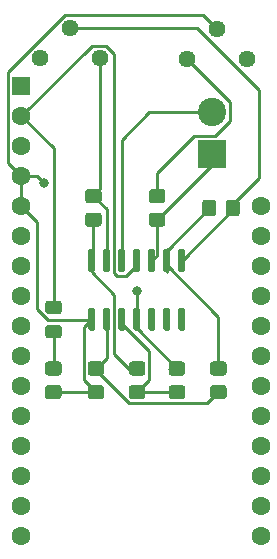
<source format=gtl>
%TF.GenerationSoftware,KiCad,Pcbnew,5.1.7-a382d34a8~88~ubuntu18.04.1*%
%TF.CreationDate,2021-01-04T13:18:22+01:00*%
%TF.ProjectId,wearable_biosonification,77656172-6162-46c6-955f-62696f736f6e,rev?*%
%TF.SameCoordinates,Original*%
%TF.FileFunction,Copper,L1,Top*%
%TF.FilePolarity,Positive*%
%FSLAX46Y46*%
G04 Gerber Fmt 4.6, Leading zero omitted, Abs format (unit mm)*
G04 Created by KiCad (PCBNEW 5.1.7-a382d34a8~88~ubuntu18.04.1) date 2021-01-04 13:18:22*
%MOMM*%
%LPD*%
G01*
G04 APERTURE LIST*
%TA.AperFunction,ComponentPad*%
%ADD10C,1.600000*%
%TD*%
%TA.AperFunction,ComponentPad*%
%ADD11R,1.600000X1.600000*%
%TD*%
%TA.AperFunction,ComponentPad*%
%ADD12C,1.440000*%
%TD*%
%TA.AperFunction,ComponentPad*%
%ADD13C,2.400000*%
%TD*%
%TA.AperFunction,ComponentPad*%
%ADD14R,2.400000X2.400000*%
%TD*%
%TA.AperFunction,ViaPad*%
%ADD15C,0.800000*%
%TD*%
%TA.AperFunction,Conductor*%
%ADD16C,0.250000*%
%TD*%
G04 APERTURE END LIST*
D10*
%TO.P,A1,17*%
%TO.N,Net-(A1-Pad17)*%
X89920000Y-97000000D03*
%TO.P,A1,18*%
%TO.N,Net-(A1-Pad18)*%
X89920000Y-94460000D03*
%TO.P,A1,19*%
%TO.N,Net-(A1-Pad19)*%
X89920000Y-91920000D03*
%TO.P,A1,20*%
%TO.N,Net-(A1-Pad20)*%
X89920000Y-89380000D03*
%TO.P,A1,21*%
%TO.N,Net-(A1-Pad21)*%
X89920000Y-86840000D03*
%TO.P,A1,22*%
%TO.N,Net-(A1-Pad22)*%
X89920000Y-84300000D03*
%TO.P,A1,23*%
%TO.N,Net-(A1-Pad23)*%
X89920000Y-81760000D03*
%TO.P,A1,24*%
%TO.N,Net-(A1-Pad24)*%
X89920000Y-79220000D03*
%TO.P,A1,25*%
%TO.N,Net-(A1-Pad25)*%
X89920000Y-76680000D03*
%TO.P,A1,26*%
%TO.N,Net-(A1-Pad26)*%
X89920000Y-74140000D03*
%TO.P,A1,27*%
%TO.N,Net-(A1-Pad27)*%
X89920000Y-71600000D03*
%TO.P,A1,28*%
%TO.N,Net-(A1-Pad28)*%
X89920000Y-69060000D03*
D11*
%TO.P,A1,1*%
%TO.N,Net-(A1-Pad1)*%
X69600000Y-58900000D03*
D10*
%TO.P,A1,2*%
%TO.N,Vfeather*%
X69600000Y-61440000D03*
%TO.P,A1,3*%
%TO.N,Net-(A1-Pad3)*%
X69600000Y-63980000D03*
%TO.P,A1,4*%
%TO.N,AnalogIn*%
X69600000Y-66520000D03*
%TO.P,A1,5*%
X69600000Y-69060000D03*
%TO.P,A1,6*%
%TO.N,Net-(A1-Pad6)*%
X69600000Y-71600000D03*
%TO.P,A1,7*%
%TO.N,Net-(A1-Pad7)*%
X69600000Y-74140000D03*
%TO.P,A1,8*%
%TO.N,Net-(A1-Pad8)*%
X69600000Y-76680000D03*
%TO.P,A1,9*%
%TO.N,Net-(A1-Pad9)*%
X69600000Y-79220000D03*
%TO.P,A1,10*%
%TO.N,Net-(A1-Pad10)*%
X69600000Y-81760000D03*
%TO.P,A1,11*%
%TO.N,Net-(A1-Pad11)*%
X69600000Y-84300000D03*
%TO.P,A1,12*%
%TO.N,Net-(A1-Pad12)*%
X69600000Y-86840000D03*
%TO.P,A1,13*%
%TO.N,Net-(A1-Pad13)*%
X69600000Y-89380000D03*
%TO.P,A1,14*%
%TO.N,Net-(A1-Pad14)*%
X69600000Y-91920000D03*
%TO.P,A1,15*%
%TO.N,Net-(A1-Pad15)*%
X69600000Y-94460000D03*
%TO.P,A1,16*%
%TO.N,Net-(A1-Pad16)*%
X69600000Y-97000000D03*
%TD*%
%TO.P,R8,2*%
%TO.N,Net-(D1-Pad1)*%
%TA.AperFunction,SMDPad,CuDef*%
G36*
G01*
X72750001Y-83400000D02*
X71849999Y-83400000D01*
G75*
G02*
X71600000Y-83150001I0J249999D01*
G01*
X71600000Y-82449999D01*
G75*
G02*
X71849999Y-82200000I249999J0D01*
G01*
X72750001Y-82200000D01*
G75*
G02*
X73000000Y-82449999I0J-249999D01*
G01*
X73000000Y-83150001D01*
G75*
G02*
X72750001Y-83400000I-249999J0D01*
G01*
G37*
%TD.AperFunction*%
%TO.P,R8,1*%
%TO.N,AnalogIn*%
%TA.AperFunction,SMDPad,CuDef*%
G36*
G01*
X72750001Y-85400000D02*
X71849999Y-85400000D01*
G75*
G02*
X71600000Y-85150001I0J249999D01*
G01*
X71600000Y-84449999D01*
G75*
G02*
X71849999Y-84200000I249999J0D01*
G01*
X72750001Y-84200000D01*
G75*
G02*
X73000000Y-84449999I0J-249999D01*
G01*
X73000000Y-85150001D01*
G75*
G02*
X72750001Y-85400000I-249999J0D01*
G01*
G37*
%TD.AperFunction*%
%TD*%
%TO.P,D1,2*%
%TO.N,Vfeather*%
%TA.AperFunction,SMDPad,CuDef*%
G36*
G01*
X72775001Y-78200000D02*
X71874999Y-78200000D01*
G75*
G02*
X71625000Y-77950001I0J249999D01*
G01*
X71625000Y-77299999D01*
G75*
G02*
X71874999Y-77050000I249999J0D01*
G01*
X72775001Y-77050000D01*
G75*
G02*
X73025000Y-77299999I0J-249999D01*
G01*
X73025000Y-77950001D01*
G75*
G02*
X72775001Y-78200000I-249999J0D01*
G01*
G37*
%TD.AperFunction*%
%TO.P,D1,1*%
%TO.N,Net-(D1-Pad1)*%
%TA.AperFunction,SMDPad,CuDef*%
G36*
G01*
X72775001Y-80250000D02*
X71874999Y-80250000D01*
G75*
G02*
X71625000Y-80000001I0J249999D01*
G01*
X71625000Y-79349999D01*
G75*
G02*
X71874999Y-79100000I249999J0D01*
G01*
X72775001Y-79100000D01*
G75*
G02*
X73025000Y-79349999I0J-249999D01*
G01*
X73025000Y-80000001D01*
G75*
G02*
X72775001Y-80250000I-249999J0D01*
G01*
G37*
%TD.AperFunction*%
%TD*%
%TO.P,U1,14*%
%TO.N,N/C*%
%TA.AperFunction,SMDPad,CuDef*%
G36*
G01*
X83010000Y-77650000D02*
X83310000Y-77650000D01*
G75*
G02*
X83460000Y-77800000I0J-150000D01*
G01*
X83460000Y-79450000D01*
G75*
G02*
X83310000Y-79600000I-150000J0D01*
G01*
X83010000Y-79600000D01*
G75*
G02*
X82860000Y-79450000I0J150000D01*
G01*
X82860000Y-77800000D01*
G75*
G02*
X83010000Y-77650000I150000J0D01*
G01*
G37*
%TD.AperFunction*%
%TO.P,U1,13*%
%TA.AperFunction,SMDPad,CuDef*%
G36*
G01*
X81740000Y-77650000D02*
X82040000Y-77650000D01*
G75*
G02*
X82190000Y-77800000I0J-150000D01*
G01*
X82190000Y-79450000D01*
G75*
G02*
X82040000Y-79600000I-150000J0D01*
G01*
X81740000Y-79600000D01*
G75*
G02*
X81590000Y-79450000I0J150000D01*
G01*
X81590000Y-77800000D01*
G75*
G02*
X81740000Y-77650000I150000J0D01*
G01*
G37*
%TD.AperFunction*%
%TO.P,U1,12*%
%TA.AperFunction,SMDPad,CuDef*%
G36*
G01*
X80470000Y-77650000D02*
X80770000Y-77650000D01*
G75*
G02*
X80920000Y-77800000I0J-150000D01*
G01*
X80920000Y-79450000D01*
G75*
G02*
X80770000Y-79600000I-150000J0D01*
G01*
X80470000Y-79600000D01*
G75*
G02*
X80320000Y-79450000I0J150000D01*
G01*
X80320000Y-77800000D01*
G75*
G02*
X80470000Y-77650000I150000J0D01*
G01*
G37*
%TD.AperFunction*%
%TO.P,U1,11*%
%TO.N,AnalogIn*%
%TA.AperFunction,SMDPad,CuDef*%
G36*
G01*
X79200000Y-77650000D02*
X79500000Y-77650000D01*
G75*
G02*
X79650000Y-77800000I0J-150000D01*
G01*
X79650000Y-79450000D01*
G75*
G02*
X79500000Y-79600000I-150000J0D01*
G01*
X79200000Y-79600000D01*
G75*
G02*
X79050000Y-79450000I0J150000D01*
G01*
X79050000Y-77800000D01*
G75*
G02*
X79200000Y-77650000I150000J0D01*
G01*
G37*
%TD.AperFunction*%
%TO.P,U1,10*%
%TO.N,Net-(R5-Pad2)*%
%TA.AperFunction,SMDPad,CuDef*%
G36*
G01*
X77930000Y-77650000D02*
X78230000Y-77650000D01*
G75*
G02*
X78380000Y-77800000I0J-150000D01*
G01*
X78380000Y-79450000D01*
G75*
G02*
X78230000Y-79600000I-150000J0D01*
G01*
X77930000Y-79600000D01*
G75*
G02*
X77780000Y-79450000I0J150000D01*
G01*
X77780000Y-77800000D01*
G75*
G02*
X77930000Y-77650000I150000J0D01*
G01*
G37*
%TD.AperFunction*%
%TO.P,U1,9*%
%TO.N,Net-(R4-Pad2)*%
%TA.AperFunction,SMDPad,CuDef*%
G36*
G01*
X76660000Y-77650000D02*
X76960000Y-77650000D01*
G75*
G02*
X77110000Y-77800000I0J-150000D01*
G01*
X77110000Y-79450000D01*
G75*
G02*
X76960000Y-79600000I-150000J0D01*
G01*
X76660000Y-79600000D01*
G75*
G02*
X76510000Y-79450000I0J150000D01*
G01*
X76510000Y-77800000D01*
G75*
G02*
X76660000Y-77650000I150000J0D01*
G01*
G37*
%TD.AperFunction*%
%TO.P,U1,8*%
%TO.N,AnalogIn*%
%TA.AperFunction,SMDPad,CuDef*%
G36*
G01*
X75390000Y-77650000D02*
X75690000Y-77650000D01*
G75*
G02*
X75840000Y-77800000I0J-150000D01*
G01*
X75840000Y-79450000D01*
G75*
G02*
X75690000Y-79600000I-150000J0D01*
G01*
X75390000Y-79600000D01*
G75*
G02*
X75240000Y-79450000I0J150000D01*
G01*
X75240000Y-77800000D01*
G75*
G02*
X75390000Y-77650000I150000J0D01*
G01*
G37*
%TD.AperFunction*%
%TO.P,U1,7*%
%TO.N,Net-(R2-Pad2)*%
%TA.AperFunction,SMDPad,CuDef*%
G36*
G01*
X75390000Y-72700000D02*
X75690000Y-72700000D01*
G75*
G02*
X75840000Y-72850000I0J-150000D01*
G01*
X75840000Y-74500000D01*
G75*
G02*
X75690000Y-74650000I-150000J0D01*
G01*
X75390000Y-74650000D01*
G75*
G02*
X75240000Y-74500000I0J150000D01*
G01*
X75240000Y-72850000D01*
G75*
G02*
X75390000Y-72700000I150000J0D01*
G01*
G37*
%TD.AperFunction*%
%TO.P,U1,6*%
%TO.N,Net-(R2-Pad1)*%
%TA.AperFunction,SMDPad,CuDef*%
G36*
G01*
X76660000Y-72700000D02*
X76960000Y-72700000D01*
G75*
G02*
X77110000Y-72850000I0J-150000D01*
G01*
X77110000Y-74500000D01*
G75*
G02*
X76960000Y-74650000I-150000J0D01*
G01*
X76660000Y-74650000D01*
G75*
G02*
X76510000Y-74500000I0J150000D01*
G01*
X76510000Y-72850000D01*
G75*
G02*
X76660000Y-72700000I150000J0D01*
G01*
G37*
%TD.AperFunction*%
%TO.P,U1,5*%
%TO.N,Net-(J1-Pad2)*%
%TA.AperFunction,SMDPad,CuDef*%
G36*
G01*
X77930000Y-72700000D02*
X78230000Y-72700000D01*
G75*
G02*
X78380000Y-72850000I0J-150000D01*
G01*
X78380000Y-74500000D01*
G75*
G02*
X78230000Y-74650000I-150000J0D01*
G01*
X77930000Y-74650000D01*
G75*
G02*
X77780000Y-74500000I0J150000D01*
G01*
X77780000Y-72850000D01*
G75*
G02*
X77930000Y-72700000I150000J0D01*
G01*
G37*
%TD.AperFunction*%
%TO.P,U1,4*%
%TO.N,Vfeather*%
%TA.AperFunction,SMDPad,CuDef*%
G36*
G01*
X79200000Y-72700000D02*
X79500000Y-72700000D01*
G75*
G02*
X79650000Y-72850000I0J-150000D01*
G01*
X79650000Y-74500000D01*
G75*
G02*
X79500000Y-74650000I-150000J0D01*
G01*
X79200000Y-74650000D01*
G75*
G02*
X79050000Y-74500000I0J150000D01*
G01*
X79050000Y-72850000D01*
G75*
G02*
X79200000Y-72700000I150000J0D01*
G01*
G37*
%TD.AperFunction*%
%TO.P,U1,3*%
%TO.N,Net-(J1-Pad1)*%
%TA.AperFunction,SMDPad,CuDef*%
G36*
G01*
X80470000Y-72700000D02*
X80770000Y-72700000D01*
G75*
G02*
X80920000Y-72850000I0J-150000D01*
G01*
X80920000Y-74500000D01*
G75*
G02*
X80770000Y-74650000I-150000J0D01*
G01*
X80470000Y-74650000D01*
G75*
G02*
X80320000Y-74500000I0J150000D01*
G01*
X80320000Y-72850000D01*
G75*
G02*
X80470000Y-72700000I150000J0D01*
G01*
G37*
%TD.AperFunction*%
%TO.P,U1,2*%
%TO.N,Net-(R3-Pad2)*%
%TA.AperFunction,SMDPad,CuDef*%
G36*
G01*
X81740000Y-72700000D02*
X82040000Y-72700000D01*
G75*
G02*
X82190000Y-72850000I0J-150000D01*
G01*
X82190000Y-74500000D01*
G75*
G02*
X82040000Y-74650000I-150000J0D01*
G01*
X81740000Y-74650000D01*
G75*
G02*
X81590000Y-74500000I0J150000D01*
G01*
X81590000Y-72850000D01*
G75*
G02*
X81740000Y-72700000I150000J0D01*
G01*
G37*
%TD.AperFunction*%
%TO.P,U1,1*%
%TO.N,Net-(R3-Pad1)*%
%TA.AperFunction,SMDPad,CuDef*%
G36*
G01*
X83010000Y-72700000D02*
X83310000Y-72700000D01*
G75*
G02*
X83460000Y-72850000I0J-150000D01*
G01*
X83460000Y-74500000D01*
G75*
G02*
X83310000Y-74650000I-150000J0D01*
G01*
X83010000Y-74650000D01*
G75*
G02*
X82860000Y-74500000I0J150000D01*
G01*
X82860000Y-72850000D01*
G75*
G02*
X83010000Y-72700000I150000J0D01*
G01*
G37*
%TD.AperFunction*%
%TD*%
D12*
%TO.P,RV2,1*%
%TO.N,Net-(RV2-Pad1)*%
X71200000Y-56500000D03*
%TO.P,RV2,2*%
%TO.N,Net-(R3-Pad1)*%
X73740000Y-53960000D03*
%TO.P,RV2,3*%
%TO.N,Net-(R2-Pad1)*%
X76280000Y-56500000D03*
%TD*%
%TO.P,RV1,1*%
%TO.N,Net-(R1-Pad1)*%
X83600000Y-56600000D03*
%TO.P,RV1,2*%
%TO.N,AnalogIn*%
X86140000Y-54060000D03*
%TO.P,RV1,3*%
%TO.N,Net-(RV1-Pad3)*%
X88680000Y-56600000D03*
%TD*%
%TO.P,R7,2*%
%TO.N,AnalogIn*%
%TA.AperFunction,SMDPad,CuDef*%
G36*
G01*
X75449999Y-84200000D02*
X76350001Y-84200000D01*
G75*
G02*
X76600000Y-84449999I0J-249999D01*
G01*
X76600000Y-85150001D01*
G75*
G02*
X76350001Y-85400000I-249999J0D01*
G01*
X75449999Y-85400000D01*
G75*
G02*
X75200000Y-85150001I0J249999D01*
G01*
X75200000Y-84449999D01*
G75*
G02*
X75449999Y-84200000I249999J0D01*
G01*
G37*
%TD.AperFunction*%
%TO.P,R7,1*%
%TO.N,Net-(R4-Pad2)*%
%TA.AperFunction,SMDPad,CuDef*%
G36*
G01*
X75449999Y-82200000D02*
X76350001Y-82200000D01*
G75*
G02*
X76600000Y-82449999I0J-249999D01*
G01*
X76600000Y-83150001D01*
G75*
G02*
X76350001Y-83400000I-249999J0D01*
G01*
X75449999Y-83400000D01*
G75*
G02*
X75200000Y-83150001I0J249999D01*
G01*
X75200000Y-82449999D01*
G75*
G02*
X75449999Y-82200000I249999J0D01*
G01*
G37*
%TD.AperFunction*%
%TD*%
%TO.P,R6,2*%
%TO.N,Net-(R5-Pad2)*%
%TA.AperFunction,SMDPad,CuDef*%
G36*
G01*
X78949999Y-84200000D02*
X79850001Y-84200000D01*
G75*
G02*
X80100000Y-84449999I0J-249999D01*
G01*
X80100000Y-85150001D01*
G75*
G02*
X79850001Y-85400000I-249999J0D01*
G01*
X78949999Y-85400000D01*
G75*
G02*
X78700000Y-85150001I0J249999D01*
G01*
X78700000Y-84449999D01*
G75*
G02*
X78949999Y-84200000I249999J0D01*
G01*
G37*
%TD.AperFunction*%
%TO.P,R6,1*%
%TO.N,Net-(R2-Pad2)*%
%TA.AperFunction,SMDPad,CuDef*%
G36*
G01*
X78949999Y-82200000D02*
X79850001Y-82200000D01*
G75*
G02*
X80100000Y-82449999I0J-249999D01*
G01*
X80100000Y-83150001D01*
G75*
G02*
X79850001Y-83400000I-249999J0D01*
G01*
X78949999Y-83400000D01*
G75*
G02*
X78700000Y-83150001I0J249999D01*
G01*
X78700000Y-82449999D01*
G75*
G02*
X78949999Y-82200000I249999J0D01*
G01*
G37*
%TD.AperFunction*%
%TD*%
%TO.P,R5,2*%
%TO.N,Net-(R5-Pad2)*%
%TA.AperFunction,SMDPad,CuDef*%
G36*
G01*
X82324999Y-84200000D02*
X83225001Y-84200000D01*
G75*
G02*
X83475000Y-84449999I0J-249999D01*
G01*
X83475000Y-85150001D01*
G75*
G02*
X83225001Y-85400000I-249999J0D01*
G01*
X82324999Y-85400000D01*
G75*
G02*
X82075000Y-85150001I0J249999D01*
G01*
X82075000Y-84449999D01*
G75*
G02*
X82324999Y-84200000I249999J0D01*
G01*
G37*
%TD.AperFunction*%
%TO.P,R5,1*%
%TO.N,AnalogIn*%
%TA.AperFunction,SMDPad,CuDef*%
G36*
G01*
X82324999Y-82200000D02*
X83225001Y-82200000D01*
G75*
G02*
X83475000Y-82449999I0J-249999D01*
G01*
X83475000Y-83150001D01*
G75*
G02*
X83225001Y-83400000I-249999J0D01*
G01*
X82324999Y-83400000D01*
G75*
G02*
X82075000Y-83150001I0J249999D01*
G01*
X82075000Y-82449999D01*
G75*
G02*
X82324999Y-82200000I249999J0D01*
G01*
G37*
%TD.AperFunction*%
%TD*%
%TO.P,R4,2*%
%TO.N,Net-(R4-Pad2)*%
%TA.AperFunction,SMDPad,CuDef*%
G36*
G01*
X85824999Y-84200000D02*
X86725001Y-84200000D01*
G75*
G02*
X86975000Y-84449999I0J-249999D01*
G01*
X86975000Y-85150001D01*
G75*
G02*
X86725001Y-85400000I-249999J0D01*
G01*
X85824999Y-85400000D01*
G75*
G02*
X85575000Y-85150001I0J249999D01*
G01*
X85575000Y-84449999D01*
G75*
G02*
X85824999Y-84200000I249999J0D01*
G01*
G37*
%TD.AperFunction*%
%TO.P,R4,1*%
%TO.N,Net-(R3-Pad2)*%
%TA.AperFunction,SMDPad,CuDef*%
G36*
G01*
X85824999Y-82200000D02*
X86725001Y-82200000D01*
G75*
G02*
X86975000Y-82449999I0J-249999D01*
G01*
X86975000Y-83150001D01*
G75*
G02*
X86725001Y-83400000I-249999J0D01*
G01*
X85824999Y-83400000D01*
G75*
G02*
X85575000Y-83150001I0J249999D01*
G01*
X85575000Y-82449999D01*
G75*
G02*
X85824999Y-82200000I249999J0D01*
G01*
G37*
%TD.AperFunction*%
%TD*%
%TO.P,R3,1*%
%TO.N,Net-(R3-Pad1)*%
%TA.AperFunction,SMDPad,CuDef*%
G36*
G01*
X88100000Y-68749999D02*
X88100000Y-69650001D01*
G75*
G02*
X87850001Y-69900000I-249999J0D01*
G01*
X87149999Y-69900000D01*
G75*
G02*
X86900000Y-69650001I0J249999D01*
G01*
X86900000Y-68749999D01*
G75*
G02*
X87149999Y-68500000I249999J0D01*
G01*
X87850001Y-68500000D01*
G75*
G02*
X88100000Y-68749999I0J-249999D01*
G01*
G37*
%TD.AperFunction*%
%TO.P,R3,2*%
%TO.N,Net-(R3-Pad2)*%
%TA.AperFunction,SMDPad,CuDef*%
G36*
G01*
X86100000Y-68749999D02*
X86100000Y-69650001D01*
G75*
G02*
X85850001Y-69900000I-249999J0D01*
G01*
X85149999Y-69900000D01*
G75*
G02*
X84900000Y-69650001I0J249999D01*
G01*
X84900000Y-68749999D01*
G75*
G02*
X85149999Y-68500000I249999J0D01*
G01*
X85850001Y-68500000D01*
G75*
G02*
X86100000Y-68749999I0J-249999D01*
G01*
G37*
%TD.AperFunction*%
%TD*%
%TO.P,R2,2*%
%TO.N,Net-(R2-Pad2)*%
%TA.AperFunction,SMDPad,CuDef*%
G36*
G01*
X75249999Y-69600000D02*
X76150001Y-69600000D01*
G75*
G02*
X76400000Y-69849999I0J-249999D01*
G01*
X76400000Y-70550001D01*
G75*
G02*
X76150001Y-70800000I-249999J0D01*
G01*
X75249999Y-70800000D01*
G75*
G02*
X75000000Y-70550001I0J249999D01*
G01*
X75000000Y-69849999D01*
G75*
G02*
X75249999Y-69600000I249999J0D01*
G01*
G37*
%TD.AperFunction*%
%TO.P,R2,1*%
%TO.N,Net-(R2-Pad1)*%
%TA.AperFunction,SMDPad,CuDef*%
G36*
G01*
X75249999Y-67600000D02*
X76150001Y-67600000D01*
G75*
G02*
X76400000Y-67849999I0J-249999D01*
G01*
X76400000Y-68550001D01*
G75*
G02*
X76150001Y-68800000I-249999J0D01*
G01*
X75249999Y-68800000D01*
G75*
G02*
X75000000Y-68550001I0J249999D01*
G01*
X75000000Y-67849999D01*
G75*
G02*
X75249999Y-67600000I249999J0D01*
G01*
G37*
%TD.AperFunction*%
%TD*%
%TO.P,R1,2*%
%TO.N,Net-(J1-Pad1)*%
%TA.AperFunction,SMDPad,CuDef*%
G36*
G01*
X80649999Y-69600000D02*
X81550001Y-69600000D01*
G75*
G02*
X81800000Y-69849999I0J-249999D01*
G01*
X81800000Y-70550001D01*
G75*
G02*
X81550001Y-70800000I-249999J0D01*
G01*
X80649999Y-70800000D01*
G75*
G02*
X80400000Y-70550001I0J249999D01*
G01*
X80400000Y-69849999D01*
G75*
G02*
X80649999Y-69600000I249999J0D01*
G01*
G37*
%TD.AperFunction*%
%TO.P,R1,1*%
%TO.N,Net-(R1-Pad1)*%
%TA.AperFunction,SMDPad,CuDef*%
G36*
G01*
X80649999Y-67600000D02*
X81550001Y-67600000D01*
G75*
G02*
X81800000Y-67849999I0J-249999D01*
G01*
X81800000Y-68550001D01*
G75*
G02*
X81550001Y-68800000I-249999J0D01*
G01*
X80649999Y-68800000D01*
G75*
G02*
X80400000Y-68550001I0J249999D01*
G01*
X80400000Y-67849999D01*
G75*
G02*
X80649999Y-67600000I249999J0D01*
G01*
G37*
%TD.AperFunction*%
%TD*%
D13*
%TO.P,J1,2*%
%TO.N,Net-(J1-Pad2)*%
X85700000Y-61100000D03*
D14*
%TO.P,J1,1*%
%TO.N,Net-(J1-Pad1)*%
X85700000Y-64600000D03*
%TD*%
D15*
%TO.N,AnalogIn*%
X71500000Y-67100000D03*
X79400000Y-76200000D03*
%TD*%
D16*
%TO.N,Vfeather*%
X78426758Y-74975010D02*
X79350000Y-74051768D01*
X77733242Y-74975010D02*
X78426758Y-74975010D01*
X77454990Y-74696758D02*
X77733242Y-74975010D01*
X77454990Y-56128388D02*
X77454990Y-74696758D01*
X76781601Y-55454999D02*
X77454990Y-56128388D01*
X79350000Y-74051768D02*
X79350000Y-73675000D01*
X75585001Y-55454999D02*
X76781601Y-55454999D01*
X69600000Y-61440000D02*
X75585001Y-55454999D01*
X72325000Y-64165000D02*
X69600000Y-61440000D01*
X72325000Y-77625000D02*
X72325000Y-64165000D01*
%TO.N,Net-(J1-Pad2)*%
X85700000Y-61100000D02*
X80400000Y-61100000D01*
X78080000Y-63420000D02*
X78080000Y-73675000D01*
X80400000Y-61100000D02*
X78080000Y-63420000D01*
%TO.N,Net-(J1-Pad1)*%
X80620000Y-72880000D02*
X80620000Y-73675000D01*
X81100000Y-73195000D02*
X80620000Y-73675000D01*
X81100000Y-70200000D02*
X81100000Y-73195000D01*
X85700000Y-65600000D02*
X81100000Y-70200000D01*
X85700000Y-64600000D02*
X85700000Y-65600000D01*
%TO.N,Net-(R1-Pad1)*%
X84239999Y-63074999D02*
X81100000Y-66214998D01*
X81100000Y-66214998D02*
X81100000Y-68200000D01*
X85982003Y-63074999D02*
X84239999Y-63074999D01*
X87225001Y-61832001D02*
X85982003Y-63074999D01*
X87225001Y-60225001D02*
X87225001Y-61832001D01*
X83600000Y-56600000D02*
X87225001Y-60225001D01*
%TO.N,Net-(R2-Pad2)*%
X77454990Y-76564990D02*
X75540000Y-74650000D01*
X77454990Y-81554990D02*
X77454990Y-76564990D01*
X75540000Y-74650000D02*
X75540000Y-73675000D01*
X78700000Y-82800000D02*
X77454990Y-81554990D01*
X79400000Y-82800000D02*
X78700000Y-82800000D01*
X75700000Y-73515000D02*
X75540000Y-73675000D01*
X75700000Y-70200000D02*
X75700000Y-73515000D01*
%TO.N,Net-(R2-Pad1)*%
X76280000Y-67620000D02*
X75700000Y-68200000D01*
X76280000Y-56500000D02*
X76280000Y-67620000D01*
X76810000Y-69310000D02*
X76810000Y-73675000D01*
X75700000Y-68200000D02*
X76810000Y-69310000D01*
%TO.N,Net-(R3-Pad2)*%
X81890000Y-72700000D02*
X81890000Y-73675000D01*
X81890000Y-74650000D02*
X81890000Y-73675000D01*
X86275000Y-82800000D02*
X86660010Y-82414990D01*
X81890000Y-74051768D02*
X81890000Y-73675000D01*
X86275000Y-78436768D02*
X81890000Y-74051768D01*
X86275000Y-82800000D02*
X86275000Y-78436768D01*
X81890000Y-72810000D02*
X81890000Y-73675000D01*
X85500000Y-69200000D02*
X81890000Y-72810000D01*
%TO.N,Net-(R3-Pad1)*%
X73740000Y-53960000D02*
X84493398Y-53960000D01*
X87500000Y-69200000D02*
X87500000Y-68900000D01*
X89725001Y-59191603D02*
X84493398Y-53960000D01*
X89725001Y-66674999D02*
X89725001Y-59191603D01*
X87500000Y-68900000D02*
X89725001Y-66674999D01*
X87500000Y-69335000D02*
X83160000Y-73675000D01*
X87500000Y-69200000D02*
X87500000Y-69335000D01*
%TO.N,Net-(R4-Pad2)*%
X76810000Y-81890000D02*
X76810000Y-78625000D01*
X75900000Y-82800000D02*
X76810000Y-81890000D01*
X75900000Y-82913190D02*
X75900000Y-82800000D01*
X85349990Y-85725010D02*
X78711820Y-85725010D01*
X78711820Y-85725010D02*
X75900000Y-82913190D01*
X86275000Y-84800000D02*
X85349990Y-85725010D01*
%TO.N,Net-(R5-Pad2)*%
X82775000Y-84800000D02*
X79400000Y-84800000D01*
X80425010Y-81346778D02*
X78080000Y-79001768D01*
X78080000Y-79001768D02*
X78080000Y-78625000D01*
X80425010Y-83774990D02*
X80425010Y-81346778D01*
X79400000Y-84800000D02*
X80425010Y-83774990D01*
%TO.N,AnalogIn*%
X79350000Y-78248232D02*
X79350000Y-78625000D01*
X82775000Y-82800000D02*
X82075000Y-82800000D01*
X79350000Y-79375000D02*
X79350000Y-78625000D01*
X82775000Y-82800000D02*
X79350000Y-79375000D01*
X72300000Y-84800000D02*
X75900000Y-84800000D01*
X74874990Y-79290010D02*
X75540000Y-78625000D01*
X74874990Y-83774990D02*
X74874990Y-79290010D01*
X75900000Y-84800000D02*
X74874990Y-83774990D01*
X68474999Y-65394999D02*
X69600000Y-66520000D01*
X73278388Y-52875010D02*
X68474999Y-57678399D01*
X68474999Y-57678399D02*
X68474999Y-65394999D01*
X84955010Y-52875010D02*
X73278388Y-52875010D01*
X86140000Y-54060000D02*
X84955010Y-52875010D01*
X69600000Y-69060000D02*
X70900000Y-70360000D01*
X70900000Y-77788190D02*
X71811810Y-78700000D01*
X70900000Y-70360000D02*
X70900000Y-77788190D01*
X75465000Y-78700000D02*
X75540000Y-78625000D01*
X71811810Y-78700000D02*
X75465000Y-78700000D01*
X69600000Y-66520000D02*
X70920000Y-66520000D01*
X70920000Y-66520000D02*
X71500000Y-67100000D01*
X79400000Y-78575000D02*
X79350000Y-78625000D01*
X79400000Y-76200000D02*
X79400000Y-78575000D01*
X69600000Y-69060000D02*
X69600000Y-66520000D01*
%TO.N,Net-(D1-Pad1)*%
X72325000Y-82775000D02*
X72300000Y-82800000D01*
X72325000Y-79675000D02*
X72325000Y-82775000D01*
%TD*%
M02*

</source>
